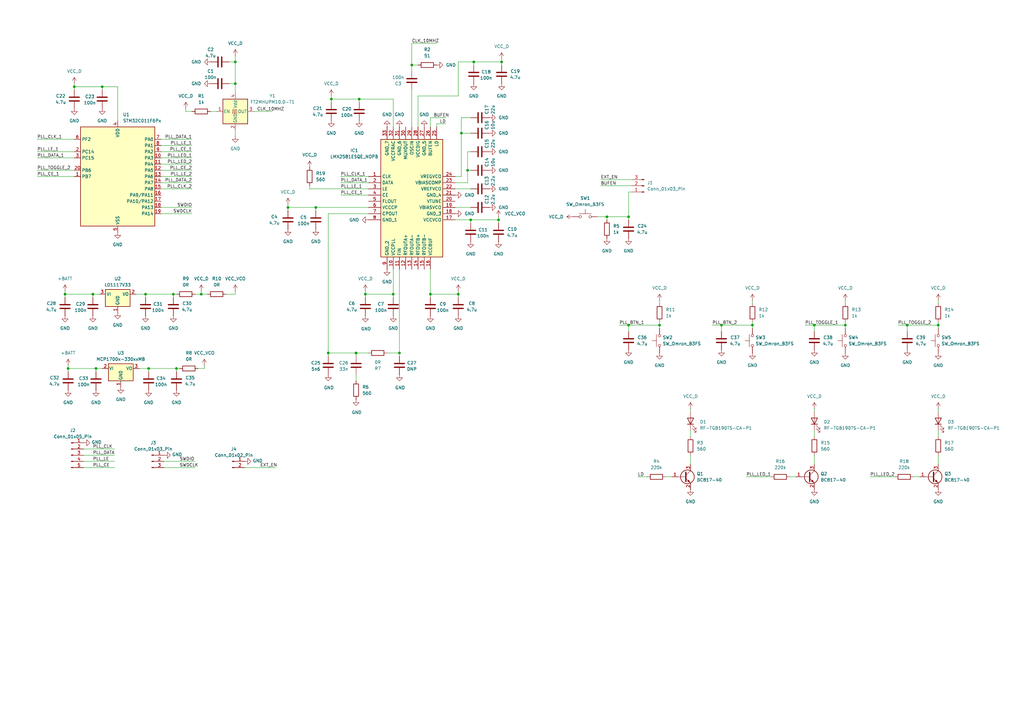
<source format=kicad_sch>
(kicad_sch (version 20250114) (generator "eeschema") (generator_version "9.0")
  (paper "A3")
  (junction (at 129.54 85.09))
  (junction (at 295.91 133.35))
  (junction (at 176.53 120.65))
  (junction (at 204.47 90.17))
  (junction (at 194.31 25.4))
  (junction (at 71.12 120.65))
  (junction (at 308.61 133.35))
  (junction (at 189.23 54.61))
  (junction (at 270.51 133.35))
  (junction (at 72.39 151.13))
  (junction (at 187.96 120.65))
  (junction (at 346.71 133.35))
  (junction (at 96.52 25.4))
  (junction (at 26.67 120.65))
  (junction (at 191.77 69.85))
  (junction (at 41.91 35.56))
  (junction (at 27.94 151.13))
  (junction (at 334.01 133.35))
  (junction (at 168.91 26.67))
  (junction (at 60.96 151.13))
  (junction (at 30.48 35.56))
  (junction (at 146.05 144.78))
  (junction (at 384.81 133.35))
  (junction (at 257.81 88.9))
  (junction (at 96.52 34.29))
  (junction (at 248.92 88.9))
  (junction (at 205.74 25.4))
  (junction (at 149.86 120.65))
  (junction (at 147.32 40.64))
  (junction (at 59.69 120.65))
  (junction (at 161.29 120.65))
  (junction (at 82.55 120.65))
  (junction (at 134.62 144.78))
  (junction (at 38.1 120.65))
  (junction (at 257.81 133.35))
  (junction (at 372.11 133.35))
  (junction (at 135.89 40.64))
  (junction (at 39.37 151.13))
  (junction (at 118.11 85.09))
  (junction (at 193.04 90.17))
  (junction (at 163.83 144.78))
  (wire (pts (xy 82.55 120.65) (xy 82.55 119.38)))
  (wire (pts (xy 356.87 195.58) (xy 367.03 195.58)))
  (wire (pts (xy 34.29 189.23) (xy 46.99 189.23)))
  (wire (pts (xy 158.75 144.78) (xy 163.83 144.78)))
  (wire (pts (xy 334.01 133.35) (xy 334.01 135.89)))
  (wire (pts (xy 245.11 88.9) (xy 248.92 88.9)))
  (wire (pts (xy 118.11 85.09) (xy 118.11 86.36)))
  (wire (pts (xy 129.54 85.09) (xy 151.13 85.09)))
  (wire (pts (xy 374.65 195.58) (xy 377.19 195.58)))
  (wire (pts (xy 168.91 26.67) (xy 171.45 26.67)))
  (wire (pts (xy 161.29 110.49) (xy 161.29 120.65)))
  (wire (pts (xy 60.96 151.13) (xy 72.39 151.13)))
  (wire (pts (xy 71.12 120.65) (xy 72.39 120.65)))
  (wire (pts (xy 161.29 120.65) (xy 161.29 121.92)))
  (wire (pts (xy 66.04 57.15) (xy 78.74 57.15)))
  (wire (pts (xy 189.23 72.39) (xy 189.23 54.61)))
  (wire (pts (xy 246.38 76.2) (xy 259.08 76.2)))
  (wire (pts (xy 34.29 186.69) (xy 46.99 186.69)))
  (wire (pts (xy 295.91 133.35) (xy 295.91 135.89)))
  (wire (pts (xy 146.05 144.78) (xy 146.05 146.05)))
  (wire (pts (xy 66.04 87.63) (xy 78.74 87.63)))
  (wire (pts (xy 179.07 50.8) (xy 182.88 50.8)))
  (wire (pts (xy 308.61 133.35) (xy 295.91 133.35)))
  (wire (pts (xy 149.86 119.38) (xy 149.86 120.65)))
  (wire (pts (xy 194.31 25.4) (xy 205.74 25.4)))
  (wire (pts (xy 134.62 146.05) (xy 134.62 144.78)))
  (wire (pts (xy 176.53 110.49) (xy 176.53 120.65)))
  (wire (pts (xy 187.96 25.4) (xy 187.96 39.37)))
  (wire (pts (xy 41.91 35.56) (xy 30.48 35.56)))
  (wire (pts (xy 118.11 83.82) (xy 118.11 85.09)))
  (wire (pts (xy 66.04 77.47) (xy 78.74 77.47)))
  (wire (pts (xy 134.62 144.78) (xy 134.62 87.63)))
  (wire (pts (xy 257.81 78.74) (xy 257.81 88.9)))
  (wire (pts (xy 40.64 120.65) (xy 38.1 120.65)))
  (wire (pts (xy 26.67 119.38) (xy 26.67 120.65)))
  (wire (pts (xy 248.92 88.9) (xy 248.92 90.17)))
  (wire (pts (xy 67.31 189.23) (xy 80.01 189.23)))
  (wire (pts (xy 346.71 132.08) (xy 346.71 133.35)))
  (wire (pts (xy 270.51 133.35) (xy 270.51 134.62)))
  (wire (pts (xy 80.01 120.65) (xy 82.55 120.65)))
  (wire (pts (xy 186.69 74.93) (xy 191.77 74.93)))
  (wire (pts (xy 93.98 34.29) (xy 96.52 34.29)))
  (wire (pts (xy 151.13 144.78) (xy 146.05 144.78)))
  (wire (pts (xy 96.52 120.65) (xy 96.52 119.38)))
  (wire (pts (xy 254 133.35) (xy 257.81 133.35)))
  (wire (pts (xy 15.24 57.15) (xy 30.48 57.15)))
  (wire (pts (xy 308.61 132.08) (xy 308.61 133.35)))
  (wire (pts (xy 147.32 40.64) (xy 147.32 41.91)))
  (wire (pts (xy 30.48 35.56) (xy 30.48 36.83)))
  (wire (pts (xy 66.04 59.69) (xy 78.74 59.69)))
  (wire (pts (xy 163.83 144.78) (xy 163.83 110.49)))
  (wire (pts (xy 139.7 72.39) (xy 151.13 72.39)))
  (wire (pts (xy 66.04 64.77) (xy 78.74 64.77)))
  (wire (pts (xy 66.04 85.09) (xy 78.74 85.09)))
  (wire (pts (xy 30.48 34.29) (xy 30.48 35.56)))
  (wire (pts (xy 27.94 149.86) (xy 27.94 151.13)))
  (wire (pts (xy 205.74 24.13) (xy 205.74 25.4)))
  (wire (pts (xy 306.07 195.58) (xy 316.23 195.58)))
  (wire (pts (xy 323.85 195.58) (xy 326.39 195.58)))
  (wire (pts (xy 57.15 151.13) (xy 60.96 151.13)))
  (wire (pts (xy 26.67 120.65) (xy 26.67 121.92)))
  (wire (pts (xy 204.47 88.9) (xy 204.47 90.17)))
  (wire (pts (xy 191.77 74.93) (xy 191.77 69.85)))
  (wire (pts (xy 368.3 133.35) (xy 372.11 133.35)))
  (wire (pts (xy 76.2 45.72) (xy 78.74 45.72)))
  (wire (pts (xy 261.62 195.58) (xy 265.43 195.58)))
  (wire (pts (xy 187.96 39.37) (xy 171.45 39.37)))
  (wire (pts (xy 134.62 144.78) (xy 146.05 144.78)))
  (wire (pts (xy 48.26 49.53) (xy 48.26 35.56)))
  (wire (pts (xy 384.81 133.35) (xy 384.81 134.62)))
  (wire (pts (xy 96.52 34.29) (xy 96.52 38.1)))
  (wire (pts (xy 72.39 151.13) (xy 72.39 152.4)))
  (wire (pts (xy 66.04 67.31) (xy 78.74 67.31)))
  (wire (pts (xy 259.08 78.74) (xy 257.81 78.74)))
  (wire (pts (xy 283.21 176.53) (xy 283.21 179.07)))
  (wire (pts (xy 168.91 26.67) (xy 168.91 17.78)))
  (wire (pts (xy 27.94 151.13) (xy 27.94 152.4)))
  (wire (pts (xy 187.96 120.65) (xy 187.96 121.92)))
  (wire (pts (xy 330.2 133.35) (xy 334.01 133.35)))
  (wire (pts (xy 76.2 44.45) (xy 76.2 45.72)))
  (wire (pts (xy 186.69 85.09) (xy 193.04 85.09)))
  (wire (pts (xy 308.61 123.19) (xy 308.61 124.46)))
  (wire (pts (xy 55.88 120.65) (xy 59.69 120.65)))
  (wire (pts (xy 334.01 176.53) (xy 334.01 179.07)))
  (wire (pts (xy 129.54 85.09) (xy 118.11 85.09)))
  (wire (pts (xy 204.47 90.17) (xy 204.47 91.44)))
  (wire (pts (xy 60.96 151.13) (xy 60.96 152.4)))
  (wire (pts (xy 135.89 39.37) (xy 135.89 40.64)))
  (wire (pts (xy 384.81 133.35) (xy 372.11 133.35)))
  (wire (pts (xy 149.86 120.65) (xy 149.86 121.92)))
  (wire (pts (xy 346.71 133.35) (xy 334.01 133.35)))
  (wire (pts (xy 93.98 25.4) (xy 96.52 25.4)))
  (wire (pts (xy 171.45 39.37) (xy 171.45 52.07)))
  (wire (pts (xy 96.52 22.86) (xy 96.52 25.4)))
  (wire (pts (xy 257.81 133.35) (xy 257.81 135.89)))
  (wire (pts (xy 139.7 74.93) (xy 151.13 74.93)))
  (wire (pts (xy 187.96 119.38) (xy 187.96 120.65)))
  (wire (pts (xy 96.52 53.34) (xy 96.52 55.88)))
  (wire (pts (xy 66.04 69.85) (xy 78.74 69.85)))
  (wire (pts (xy 147.32 40.64) (xy 135.89 40.64)))
  (wire (pts (xy 83.82 151.13) (xy 83.82 149.86)))
  (wire (pts (xy 384.81 123.19) (xy 384.81 124.46)))
  (wire (pts (xy 92.71 120.65) (xy 96.52 120.65)))
  (wire (pts (xy 66.04 62.23) (xy 78.74 62.23)))
  (wire (pts (xy 163.83 144.78) (xy 163.83 146.05)))
  (wire (pts (xy 176.53 120.65) (xy 187.96 120.65)))
  (wire (pts (xy 59.69 120.65) (xy 59.69 121.92)))
  (wire (pts (xy 186.69 90.17) (xy 193.04 90.17)))
  (wire (pts (xy 81.28 151.13) (xy 83.82 151.13)))
  (wire (pts (xy 346.71 133.35) (xy 346.71 134.62)))
  (wire (pts (xy 384.81 167.64) (xy 384.81 168.91)))
  (wire (pts (xy 308.61 133.35) (xy 308.61 134.62)))
  (wire (pts (xy 59.69 120.65) (xy 71.12 120.65)))
  (wire (pts (xy 72.39 151.13) (xy 73.66 151.13)))
  (wire (pts (xy 161.29 120.65) (xy 149.86 120.65)))
  (wire (pts (xy 191.77 69.85) (xy 191.77 62.23)))
  (wire (pts (xy 194.31 25.4) (xy 194.31 26.67)))
  (wire (pts (xy 283.21 167.64) (xy 283.21 168.91)))
  (wire (pts (xy 15.24 64.77) (xy 30.48 64.77)))
  (wire (pts (xy 189.23 48.26) (xy 193.04 48.26)))
  (wire (pts (xy 71.12 120.65) (xy 71.12 121.92)))
  (wire (pts (xy 39.37 151.13) (xy 39.37 152.4)))
  (wire (pts (xy 283.21 186.69) (xy 283.21 190.5)))
  (wire (pts (xy 179.07 52.07) (xy 179.07 50.8)))
  (wire (pts (xy 191.77 69.85) (xy 193.04 69.85)))
  (wire (pts (xy 48.26 35.56) (xy 41.91 35.56)))
  (wire (pts (xy 41.91 35.56) (xy 41.91 36.83)))
  (wire (pts (xy 193.04 90.17) (xy 204.47 90.17)))
  (wire (pts (xy 334.01 167.64) (xy 334.01 168.91)))
  (wire (pts (xy 346.71 123.19) (xy 346.71 124.46)))
  (wire (pts (xy 104.14 45.72) (xy 111.76 45.72)))
  (wire (pts (xy 384.81 176.53) (xy 384.81 179.07)))
  (wire (pts (xy 38.1 120.65) (xy 26.67 120.65)))
  (wire (pts (xy 34.29 191.77) (xy 46.99 191.77)))
  (wire (pts (xy 246.38 73.66) (xy 259.08 73.66)))
  (wire (pts (xy 146.05 153.67) (xy 146.05 156.21)))
  (wire (pts (xy 127 77.47) (xy 151.13 77.47)))
  (wire (pts (xy 86.36 45.72) (xy 88.9 45.72)))
  (wire (pts (xy 372.11 133.35) (xy 372.11 135.89)))
  (wire (pts (xy 82.55 120.65) (xy 85.09 120.65)))
  (wire (pts (xy 189.23 54.61) (xy 189.23 48.26)))
  (wire (pts (xy 127 76.2) (xy 127 77.47)))
  (wire (pts (xy 34.29 184.15) (xy 46.99 184.15)))
  (wire (pts (xy 100.33 191.77) (xy 113.03 191.77)))
  (wire (pts (xy 67.31 191.77) (xy 80.01 191.77)))
  (wire (pts (xy 273.05 195.58) (xy 275.59 195.58)))
  (wire (pts (xy 194.31 25.4) (xy 187.96 25.4)))
  (wire (pts (xy 191.77 62.23) (xy 193.04 62.23)))
  (wire (pts (xy 168.91 17.78) (xy 179.07 17.78)))
  (wire (pts (xy 270.51 123.19) (xy 270.51 124.46)))
  (wire (pts (xy 193.04 90.17) (xy 193.04 91.44)))
  (wire (pts (xy 134.62 87.63) (xy 151.13 87.63)))
  (wire (pts (xy 334.01 186.69) (xy 334.01 190.5)))
  (wire (pts (xy 161.29 40.64) (xy 161.29 52.07)))
  (wire (pts (xy 186.69 72.39) (xy 189.23 72.39)))
  (wire (pts (xy 96.52 25.4) (xy 96.52 34.29)))
  (wire (pts (xy 168.91 29.21) (xy 168.91 26.67)))
  (wire (pts (xy 39.37 151.13) (xy 27.94 151.13)))
  (wire (pts (xy 257.81 88.9) (xy 257.81 90.17)))
  (wire (pts (xy 205.74 25.4) (xy 205.74 26.67)))
  (wire (pts (xy 66.04 74.93) (xy 78.74 74.93)))
  (wire (pts (xy 66.04 72.39) (xy 78.74 72.39)))
  (wire (pts (xy 384.81 186.69) (xy 384.81 190.5)))
  (wire (pts (xy 38.1 120.65) (xy 38.1 121.92)))
  (wire (pts (xy 292.1 133.35) (xy 295.91 133.35)))
  (wire (pts (xy 168.91 36.83) (xy 168.91 52.07)))
  (wire (pts (xy 270.51 132.08) (xy 270.51 133.35)))
  (wire (pts (xy 15.24 72.39) (xy 30.48 72.39)))
  (wire (pts (xy 176.53 120.65) (xy 176.53 121.92)))
  (wire (pts (xy 41.91 151.13) (xy 39.37 151.13)))
  (wire (pts (xy 248.92 88.9) (xy 257.81 88.9)))
  (wire (pts (xy 135.89 40.64) (xy 135.89 41.91)))
  (wire (pts (xy 270.51 133.35) (xy 257.81 133.35)))
  (wire (pts (xy 186.69 77.47) (xy 193.04 77.47)))
  (wire (pts (xy 176.53 48.26) (xy 182.88 48.26)))
  (wire (pts (xy 15.24 62.23) (xy 30.48 62.23)))
  (wire (pts (xy 147.32 40.64) (xy 161.29 40.64)))
  (wire (pts (xy 15.24 69.85) (xy 30.48 69.85)))
  (wire (pts (xy 384.81 132.08) (xy 384.81 133.35)))
  (wire (pts (xy 139.7 80.01) (xy 151.13 80.01)))
  (wire (pts (xy 129.54 85.09) (xy 129.54 86.36)))
  (wire (pts (xy 189.23 54.61) (xy 193.04 54.61)))
  (wire (pts (xy 176.53 52.07) (xy 176.53 48.26)))
  (label "PLL_BTN_2" (at 292.1 133.35 0))
  (label "PLL_CE_1" (at 139.7 80.01 0))
  (label "EXT_EN" (at 246.38 73.66 0))
  (label "PLL_LED_1" (at 306.07 195.58 0))
  (label "LD" (at 180.34 50.8 0))
  (label "PLL_LE" (at 38.1 189.23 0))
  (label "BUFEN" (at 246.38 76.2 0))
  (label "SWDCLK" (at 73.66 191.77 0))
  (label "PLL_TOGGLE_2" (at 15.24 69.85 0))
  (label "PLL_TOGGLE_2" (at 368.3 133.35 0))
  (label "PLL_LED_1" (at 78.74 64.77 180))
  (label "PLL_DATA_2" (at 78.74 74.93 180))
  (label "EXT_EN" (at 106.68 191.77 0))
  (label "PLL_LE_1" (at 139.7 77.47 0))
  (label "PLL_DATA" (at 38.1 186.69 0))
  (label "PLL_CLK" (at 38.1 184.15 0))
  (label "PLL_BTN_1" (at 254 133.35 0))
  (label "PLL_CLK_2" (at 78.74 77.47 180))
  (label "SWDIO" (at 73.66 189.23 0))
  (label "PLL_TOGGLE_1" (at 330.2 133.35 0))
  (label "PLL_LED_2" (at 356.87 195.58 0))
  (label "PLL_LED_2" (at 78.74 67.31 180))
  (label "PLL_CE_1" (at 78.74 62.23 180))
  (label "CLK_10MHZ" (at 168.91 17.78 0))
  (label "PLL_CE" (at 38.1 191.77 0))
  (label "CLK_10MHZ" (at 105.41 45.72 0))
  (label "LD" (at 261.62 195.58 0))
  (label "PLL_CLK_1" (at 15.24 57.15 0))
  (label "PLL_CE_2" (at 78.74 69.85 180))
  (label "PLL_DATA_1" (at 139.7 74.93 0))
  (label "PLL_CE_1" (at 15.24 72.39 0))
  (label "PLL_LE_1" (at 15.24 62.23 0))
  (label "SWDCLK" (at 78.74 87.63 180))
  (label "PLL_LE_1" (at 78.74 59.69 180))
  (label "BUFEN" (at 177.8 48.26 0))
  (label "PLL_CLK_1" (at 139.7 72.39 0))
  (label "SWDIO" (at 78.74 85.09 180))
  (label "PLL_DATA_1" (at 15.24 64.77 0))
  (label "PLL_LE_2" (at 78.74 72.39 180))
  (label "PLL_DATA_1" (at 78.74 57.15 180))
  (symbol (lib_id "power:GND") (at 59.69 129.54 0) (unit 1)
    (property "Reference" "#PWR053" (effects (hide yes)))
    (property "Value" "GND" (at 59.69 134.62 0))
    (property "Description" "Power symbol creates a global label with name \"GND\" , ground" (effects (hide yes)))
  )
  (symbol (lib_id "power:GND") (at 187.96 129.54 0) (mirror y) (unit 1)
    (property "Reference" "#PWR016" (effects (hide yes)))
    (property "Value" "GND" (at 187.96 134.62 0))
    (property "Description" "Power symbol creates a global label with name \"GND\" , ground" (effects (hide yes)))
  )
  (symbol (lib_id "Switch:SW_Omron_B3FS") (at 308.61 139.7 90) (unit 1)
    (property "Reference" "SW3" (at 309.88 138.4299 90) (effects (justify right)))
    (property "Value" "SW_Omron_B3FS" (at 309.88 140.9699 90) (effects (justify right)))
    (property "Footprint" "Button_Switch_SMD:SW_SPST_Omron_B3FS-105xP" (effects (hide yes)))
    (property "Datasheet" "https://omronfs.omron.com/en_US/ecb/products/pdf/en-b3fs.pdf" (effects (hide yes)))
    (property "Description" "Omron B3FS 6x6mm single pole normally-open tactile switch" (effects (hide yes)))
  )
  (symbol (lib_id "Device:C") (at 196.85 85.09 270) (mirror x) (unit 1)
    (property "Reference" "C12" (at 199.644 81.788 0))
    (property "Value" "2.2u" (at 202.184 81.788 0))
    (property "Footprint" "Capacitor_SMD:C_0603_1608Metric" (effects (hide yes)))
    (property "Description" "Unpolarized capacitor" (effects (hide yes)))
  )
  (symbol (lib_id "power:GND") (at 346.71 144.78 0) (mirror y) (unit 1)
    (property "Reference" "#PWR076" (effects (hide yes)))
    (property "Value" "GND" (at 346.71 149.86 0))
    (property "Description" "Power symbol creates a global label with name \"GND\" , ground" (effects (hide yes)))
  )
  (symbol (lib_id "Device:C") (at 372.11 139.7 0) (mirror x) (unit 1)
    (property "Reference" "C39" (at 377.698 138.43 0))
    (property "Value" "4.7u" (at 377.698 140.97 0))
    (property "Footprint" "Capacitor_SMD:C_0805_2012Metric" (effects (hide yes)))
    (property "Description" "Unpolarized capacitor" (effects (hide yes)))
  )
  (symbol (lib_id "power:GND") (at 161.29 129.54 0) (unit 1)
    (property "Reference" "#PWR014" (effects (hide yes)))
    (property "Value" "GND" (at 161.29 134.62 0))
    (property "Description" "Power symbol creates a global label with name \"GND\" , ground" (effects (hide yes)))
  )
  (symbol (lib_id "Switch:SW_Omron_B3FS") (at 346.71 139.7 90) (unit 1)
    (property "Reference" "SW4" (at 347.98 138.4299 90) (effects (justify right)))
    (property "Value" "SW_Omron_B3FS" (at 347.98 140.9699 90) (effects (justify right)))
    (property "Footprint" "Button_Switch_SMD:SW_SPST_Omron_B3FS-105xP" (effects (hide yes)))
    (property "Datasheet" "https://omronfs.omron.com/en_US/ecb/products/pdf/en-b3fs.pdf" (effects (hide yes)))
    (property "Description" "Omron B3FS 6x6mm single pole normally-open tactile switch" (effects (hide yes)))
  )
  (symbol (lib_id "power:GND") (at 158.75 110.49 0) (unit 1)
    (property "Reference" "#PWR011" (effects (hide yes)))
    (property "Value" "GND" (at 158.75 115.57 0))
    (property "Description" "Power symbol creates a global label with name \"GND\" , ground" (effects (hide yes)))
  )
  (symbol (lib_id "power:GND") (at 283.21 200.66 0) (mirror y) (unit 1)
    (property "Reference" "#PWR043" (effects (hide yes)))
    (property "Value" "GND" (at 283.21 205.74 0))
    (property "Description" "Power symbol creates a global label with name \"GND\" , ground" (effects (hide yes)))
  )
  (symbol (lib_id "power:GND") (at 384.81 144.78 0) (mirror y) (unit 1)
    (property "Reference" "#PWR079" (effects (hide yes)))
    (property "Value" "GND" (at 384.81 149.86 0))
    (property "Description" "Power symbol creates a global label with name \"GND\" , ground" (effects (hide yes)))
  )
  (symbol (lib_id "power:GND") (at 200.66 85.09 90) (unit 1)
    (property "Reference" "#PWR022" (effects (hide yes)))
    (property "Value" "GND" (at 204.47 85.0899 90) (effects (justify right)))
    (property "Description" "Power symbol creates a global label with name \"GND\" , ground" (effects (hide yes)))
  )
  (symbol (lib_id "Device:C") (at 194.31 30.48 0) (mirror x) (unit 1)
    (property "Reference" "C18" (at 199.39 29.464 0))
    (property "Value" "100n" (at 199.39 32.004 0))
    (property "Footprint" "Capacitor_SMD:C_0603_1608Metric" (effects (hide yes)))
    (property "Description" "Unpolarized capacitor" (effects (hide yes)))
  )
  (symbol (lib_id "Device:C") (at 90.17 34.29 90) (unit 1)
    (property "Reference" "C1" (at 86.36 29.21 90))
    (property "Value" "100n" (at 86.36 31.75 90))
    (property "Footprint" "Capacitor_SMD:C_0603_1608Metric" (effects (hide yes)))
    (property "Description" "Unpolarized capacitor" (effects (hide yes)))
  )
  (symbol (lib_id "power:VCC") (at 135.89 39.37 0) (unit 1)
    (property "Reference" "#PWR034" (effects (hide yes)))
    (property "Value" "VCC_D" (at 135.89 34.29 0))
    (property "Description" "Power symbol creates a global label with name \"VCC\"" (effects (hide yes)))
  )
  (symbol (lib_id "power:GND") (at 39.37 160.02 0) (unit 1)
    (property "Reference" "#PWR059" (effects (hide yes)))
    (property "Value" "GND" (at 39.37 165.1 0))
    (property "Description" "Power symbol creates a global label with name \"GND\" , ground" (effects (hide yes)))
  )
  (symbol (lib_id "power:GND") (at 163.83 52.07 180) (unit 1)
    (property "Reference" "#PWR036" (effects (hide yes)))
    (property "Value" "GND" (at 163.83 46.99 0))
    (property "Description" "Power symbol creates a global label with name \"GND\" , ground" (effects (hide yes)))
  )
  (symbol (lib_id "Device:R") (at 283.21 182.88 0) (unit 1)
    (property "Reference" "R3" (at 285.75 181.6099 0) (effects (justify left)))
    (property "Value" "560" (at 285.75 184.1499 0) (effects (justify left)))
    (property "Footprint" "Resistor_SMD:R_1206_3216Metric" (effects (hide yes)))
    (property "Description" "Resistor" (effects (hide yes)))
  )
  (symbol (lib_id "power:GND") (at 179.07 26.67 90) (unit 1)
    (property "Reference" "#PWR06" (effects (hide yes)))
    (property "Value" "GND" (at 182.88 26.6699 90) (effects (justify right)))
    (property "Description" "Power symbol creates a global label with name \"GND\" , ground" (effects (hide yes)))
  )
  (symbol (lib_id "Device:R") (at 82.55 45.72 90) (unit 1)
    (property "Reference" "R1" (at 82.55 39.37 90))
    (property "Value" "1k" (at 82.55 41.91 90))
    (property "Footprint" "Resistor_SMD:R_0805_2012Metric" (effects (hide yes)))
    (property "Description" "Resistor" (effects (hide yes)))
  )
  (symbol (lib_id "power:GND") (at 96.52 55.88 0) (unit 1)
    (property "Reference" "#PWR02" (effects (hide yes)))
    (property "Value" "GND" (at 96.52 60.96 0))
    (property "Description" "Power symbol creates a global label with name \"GND\" , ground" (effects (hide yes)))
  )
  (symbol (lib_id "Device:R") (at 269.24 195.58 90) (unit 1)
    (property "Reference" "R4" (at 269.24 189.23 90))
    (property "Value" "220k" (at 269.24 191.77 90))
    (property "Footprint" "Resistor_SMD:R_0805_2012Metric" (effects (hide yes)))
    (property "Description" "Resistor" (effects (hide yes)))
  )
  (symbol (lib_id "power:GND") (at 146.05 163.83 0) (unit 1)
    (property "Reference" "#PWR047" (effects (hide yes)))
    (property "Value" "GND" (at 146.304 169.164 0))
    (property "Description" "Power symbol creates a global label with name \"GND\" , ground" (effects (hide yes)))
  )
  (symbol (lib_id "power:GND") (at 49.53 158.75 0) (unit 1)
    (property "Reference" "#PWR060" (effects (hide yes)))
    (property "Value" "GND" (at 49.53 163.83 0))
    (property "Description" "Power symbol creates a global label with name \"GND\" , ground" (effects (hide yes)))
  )
  (symbol (lib_id "Device:C") (at 30.48 40.64 180) (unit 1)
    (property "Reference" "C22" (at 24.892 39.37 0))
    (property "Value" "4.7u" (at 24.892 41.91 0))
    (property "Footprint" "Capacitor_SMD:C_0805_2012Metric" (effects (hide yes)))
    (property "Description" "Unpolarized capacitor" (effects (hide yes)))
  )
  (symbol (lib_id "Device:C") (at 38.1 125.73 180) (unit 1)
    (property "Reference" "C29" (at 33.02 124.714 0))
    (property "Value" "100n" (at 33.02 127.254 0))
    (property "Footprint" "Capacitor_SMD:C_0603_1608Metric" (effects (hide yes)))
    (property "Description" "Unpolarized capacitor" (effects (hide yes)))
  )
  (symbol (lib_id "power:VCC") (at 82.55 119.38 0) (unit 1)
    (property "Reference" "#PWR055" (effects (hide yes)))
    (property "Value" "VCC_D" (at 82.55 114.3 0))
    (property "Description" "Power symbol creates a global label with name \"VCC\"" (effects (hide yes)))
  )
  (symbol (lib_id "Device:LED") (at 334.01 172.72 90) (unit 1)
    (property "Reference" "D2" (at 337.82 173.0374 90) (effects (justify right)))
    (property "Value" "RF-TGB190TS-CA-P1" (at 337.82 175.5774 90) (effects (justify right)))
    (property "Footprint" "LED_SMD:LED_0603_1608Metric" (effects (hide yes)))
    (property "Description" "Light emitting diode" (effects (hide yes)))
    (property "Sim.Pins" "1=K 2=A" (effects (hide yes)))
  )
  (symbol (lib_id "Device:C") (at 204.47 95.25 0) (mirror x) (unit 1)
    (property "Reference" "C10" (at 210.058 93.98 0))
    (property "Value" "4.7u" (at 210.058 96.52 0))
    (property "Footprint" "Capacitor_SMD:C_0805_2012Metric" (effects (hide yes)))
    (property "Description" "Unpolarized capacitor" (effects (hide yes)))
  )
  (symbol (lib_id "power:VCC") (at 118.11 83.82 0) (unit 1)
    (property "Reference" "#PWR09" (effects (hide yes)))
    (property "Value" "VCC_D" (at 118.11 78.74 0))
    (property "Description" "Power symbol creates a global label with name \"VCC\"" (effects (hide yes)))
  )
  (symbol (lib_id "Device:R") (at 320.04 195.58 90) (unit 1)
    (property "Reference" "R16" (at 320.04 189.23 90))
    (property "Value" "220k" (at 320.04 191.77 90))
    (property "Footprint" "Resistor_SMD:R_0805_2012Metric" (effects (hide yes)))
    (property "Description" "Resistor" (effects (hide yes)))
  )
  (symbol (lib_id "Device:C") (at 161.29 125.73 180) (unit 1)
    (property "Reference" "C7" (at 156.21 124.714 0))
    (property "Value" "100n" (at 156.21 127.254 0))
    (property "Footprint" "Capacitor_SMD:C_0603_1608Metric" (effects (hide yes)))
    (property "Description" "Unpolarized capacitor" (effects (hide yes)))
  )
  (symbol (lib_id "Device:C") (at 27.94 156.21 180) (unit 1)
    (property "Reference" "C32" (at 22.352 154.94 0))
    (property "Value" "4.7u" (at 22.352 157.48 0))
    (property "Footprint" "Capacitor_SMD:C_0805_2012Metric" (effects (hide yes)))
    (property "Description" "Unpolarized capacitor" (effects (hide yes)))
  )
  (symbol (lib_id "Device:C") (at 257.81 139.7 0) (mirror x) (unit 1)
    (property "Reference" "C36" (at 263.398 138.43 0))
    (property "Value" "4.7u" (at 263.398 140.97 0))
    (property "Footprint" "Capacitor_SMD:C_0805_2012Metric" (effects (hide yes)))
    (property "Description" "Unpolarized capacitor" (effects (hide yes)))
  )
  (symbol (lib_id "PLL_TI:LMX2581ESQE_NOPB") (at 151.13 72.39 0) (unit 1)
    (property "Reference" "IC1" (at 145.288 61.722 0))
    (property "Value" "LMX2581ESQE_NOPB" (at 145.288 64.262 0))
    (property "Footprint" "PLL_TI:QFN50P500X500X80-33M" (effects (hide yes)))
    (property "Datasheet" "https://www.ti.com/lit/ds/symlink/lmx2581e.pdf?ts=1648976113167&ref_url=https%253A%252F%252Fwww.google.com%252F" (effects (hide yes)))
    (property "Description" "Clock Synthesizer/Jitter Cleaner 3.8-GHz wideband frequency synthesizer with integrated VCO 32-WQFN -40 to 85" (effects (hide yes)))
    (property "Height" "0.8" (effects (hide yes)))
    (property "Mouser Part Number" "595-LMX2581ESQE/NOPB" (effects (hide yes)))
    (property "Mouser Price/Stock" "https://www.mouser.co.uk/ProductDetail/Texas-Instruments/LMX2581ESQE-NOPB?qs=UPLqB4C8V4Evz7vE8V%2FB2Q%3D%3D" (effects (hide yes)))
    (property "Manufacturer_Name" "Texas Instruments" (effects (hide yes)))
    (property "Manufacturer_Part_Number" "LMX2581ESQE/NOPB" (effects (hide yes)))
  )
  (symbol (lib_id "power:GND") (at 200.66 62.23 90) (unit 1)
    (property "Reference" "#PWR026" (effects (hide yes)))
    (property "Value" "GND" (at 204.47 62.2299 90) (effects (justify right)))
    (property "Description" "Power symbol creates a global label with name \"GND\" , ground" (effects (hide yes)))
  )
  (symbol (lib_id "power:GND") (at 27.94 160.02 0) (unit 1)
    (property "Reference" "#PWR058" (effects (hide yes)))
    (property "Value" "GND" (at 27.94 165.1 0))
    (property "Description" "Power symbol creates a global label with name \"GND\" , ground" (effects (hide yes)))
  )
  (symbol (lib_id "Device:C") (at 118.11 90.17 180) (unit 1)
    (property "Reference" "C4" (at 112.522 88.9 0))
    (property "Value" "4.7u" (at 112.522 91.44 0))
    (property "Footprint" "Capacitor_SMD:C_0805_2012Metric" (effects (hide yes)))
    (property "Description" "Unpolarized capacitor" (effects (hide yes)))
  )
  (symbol (lib_id "Device:R") (at 346.71 128.27 180) (unit 1)
    (property "Reference" "R13" (at 349.25 126.9999 0) (effects (justify right)))
    (property "Value" "1k" (at 349.25 129.5399 0) (effects (justify right)))
    (property "Footprint" "Resistor_SMD:R_0603_1608Metric" (effects (hide yes)))
    (property "Description" "Resistor" (effects (hide yes)))
  )
  (symbol (lib_id "Device:C") (at 205.74 30.48 0) (mirror x) (unit 1)
    (property "Reference" "C19" (at 211.328 29.21 0))
    (property "Value" "4.7u" (at 211.328 31.75 0))
    (property "Footprint" "Capacitor_SMD:C_0805_2012Metric" (effects (hide yes)))
    (property "Description" "Unpolarized capacitor" (effects (hide yes)))
  )
  (symbol (lib_id "power:GND") (at 194.31 34.29 0) (mirror y) (unit 1)
    (property "Reference" "#PWR030" (effects (hide yes)))
    (property "Value" "GND" (at 194.31 39.37 0))
    (property "Description" "Power symbol creates a global label with name \"GND\" , ground" (effects (hide yes)))
  )
  (symbol (lib_id "Device:C") (at 196.85 77.47 270) (mirror x) (unit 1)
    (property "Reference" "C13" (at 199.644 74.168 0))
    (property "Value" "2.2u" (at 202.184 74.168 0))
    (property "Footprint" "Capacitor_SMD:C_0603_1608Metric" (effects (hide yes)))
    (property "Description" "Unpolarized capacitor" (effects (hide yes)))
  )
  (symbol (lib_id "Connector:Conn_01x03_Pin") (at 264.16 76.2 180) (unit 1)
    (property "Reference" "J1" (at 265.43 74.9299 0) (effects (justify right)))
    (property "Value" "Conn_01x03_Pin" (at 265.43 77.4699 0) (effects (justify right)))
    (property "Footprint" "Connector_PinHeader_2.54mm:PinHeader_1x03_P2.54mm_Vertical" (effects (hide yes)))
    (property "Description" "Generic connector, single row, 01x03, script generated" (effects (hide yes)))
  )
  (symbol (lib_id "Device:C") (at 134.62 149.86 180) (unit 1)
    (property "Reference" "C25" (at 129.54 148.844 0))
    (property "Value" "5n6" (at 129.54 151.384 0))
    (property "Footprint" "Capacitor_SMD:C_0603_1608Metric" (effects (hide yes)))
    (property "Description" "Unpolarized capacitor" (effects (hide yes)))
  )
  (symbol (lib_id "power:GND") (at 200.66 54.61 90) (unit 1)
    (property "Reference" "#PWR027" (effects (hide yes)))
    (property "Value" "GND" (at 204.47 54.6099 90) (effects (justify right)))
    (property "Description" "Power symbol creates a global label with name \"GND\" , ground" (effects (hide yes)))
  )
  (symbol (lib_id "power:+BATT") (at 27.94 149.86 0) (unit 1)
    (property "Reference" "#PWR057" (effects (hide yes)))
    (property "Value" "+BATT" (at 27.94 144.78 0))
    (property "Description" "Power symbol creates a global label with name \"+BATT\"" (effects (hide yes)))
  )
  (symbol (lib_id "Device:C") (at 163.83 149.86 0) (mirror x) (unit 1)
    (property "Reference" "C27" (at 168.91 148.844 0))
    (property "Value" "DNP" (at 168.91 151.384 0))
    (property "Footprint" "Capacitor_SMD:C_0603_1608Metric" (effects (hide yes)))
    (property "Description" "Unpolarized capacitor" (effects (hide yes)))
  )
  (symbol (lib_id "power:VCC") (at 384.81 167.64 0) (mirror y) (unit 1)
    (property "Reference" "#PWR082" (effects (hide yes)))
    (property "Value" "VCC_D" (at 384.81 162.56 0))
    (property "Description" "Power symbol creates a global label with name \"VCC\"" (effects (hide yes)))
  )
  (symbol (lib_id "Device:C") (at 187.96 125.73 0) (mirror x) (unit 1)
    (property "Reference" "C8" (at 193.548 124.46 0))
    (property "Value" "4.7u" (at 193.548 127 0))
    (property "Footprint" "Capacitor_SMD:C_0805_2012Metric" (effects (hide yes)))
    (property "Description" "Unpolarized capacitor" (effects (hide yes)))
  )
  (symbol (lib_id "power:GND") (at 149.86 129.54 0) (unit 1)
    (property "Reference" "#PWR013" (effects (hide yes)))
    (property "Value" "GND" (at 150.114 134.874 0))
    (property "Description" "Power symbol creates a global label with name \"GND\" , ground" (effects (hide yes)))
  )
  (symbol (lib_id "Device:R") (at 384.81 182.88 0) (unit 1)
    (property "Reference" "R17" (at 387.35 181.6099 0) (effects (justify left)))
    (property "Value" "560" (at 387.35 184.1499 0) (effects (justify left)))
    (property "Footprint" "Resistor_SMD:R_1206_3216Metric" (effects (hide yes)))
    (property "Description" "Resistor" (effects (hide yes)))
  )
  (symbol (lib_id "power:VCC") (at 96.52 22.86 0) (unit 1)
    (property "Reference" "#PWR01" (effects (hide yes)))
    (property "Value" "VCC_D" (at 96.52 17.78 0))
    (property "Description" "Power symbol creates a global label with name \"VCC\"" (effects (hide yes)))
  )
  (symbol (lib_id "Device:C") (at 41.91 40.64 180) (unit 1)
    (property "Reference" "C23" (at 36.83 39.624 0))
    (property "Value" "100n" (at 36.83 42.164 0))
    (property "Footprint" "Capacitor_SMD:C_0603_1608Metric" (effects (hide yes)))
    (property "Description" "Unpolarized capacitor" (effects (hide yes)))
  )
  (symbol (lib_id "power:GND") (at 308.61 144.78 0) (mirror y) (unit 1)
    (property "Reference" "#PWR073" (effects (hide yes)))
    (property "Value" "GND" (at 308.61 149.86 0))
    (property "Description" "Power symbol creates a global label with name \"GND\" , ground" (effects (hide yes)))
  )
  (symbol (lib_id "power:GND") (at 118.11 93.98 0) (unit 1)
    (property "Reference" "#PWR08" (effects (hide yes)))
    (property "Value" "GND" (at 118.11 99.06 0))
    (property "Description" "Power symbol creates a global label with name \"GND\" , ground" (effects (hide yes)))
  )
  (symbol (lib_id "power:GND") (at 173.99 52.07 180) (unit 1)
    (property "Reference" "#PWR029" (effects (hide yes)))
    (property "Value" "GND" (at 173.99 46.99 0))
    (property "Description" "Power symbol creates a global label with name \"GND\" , ground" (effects (hide yes)))
  )
  (symbol (lib_id "Device:C") (at 60.96 156.21 0) (mirror x) (unit 1)
    (property "Reference" "C34" (at 66.04 155.194 0))
    (property "Value" "100n" (at 66.04 157.734 0))
    (property "Footprint" "Capacitor_SMD:C_0603_1608Metric" (effects (hide yes)))
    (property "Description" "Unpolarized capacitor" (effects (hide yes)))
  )
  (symbol (lib_id "power:GND") (at 100.33 189.23 90) (unit 1)
    (property "Reference" "#PWR070" (effects (hide yes)))
    (property "Value" "GND" (at 105.664 188.976 90))
    (property "Description" "Power symbol creates a global label with name \"GND\" , ground" (effects (hide yes)))
  )
  (symbol (lib_id "power:VCC") (at 96.52 119.38 0) (unit 1)
    (property "Reference" "#PWR064" (effects (hide yes)))
    (property "Value" "VCC_VCO" (at 96.52 114.3 0))
    (property "Description" "Power symbol creates a global label with name \"VCC\"" (effects (hide yes)))
  )
  (symbol (lib_id "power:VCC") (at 283.21 167.64 0) (mirror y) (unit 1)
    (property "Reference" "#PWR042" (effects (hide yes)))
    (property "Value" "VCC_D" (at 283.21 162.56 0))
    (property "Description" "Power symbol creates a global label with name \"VCC\"" (effects (hide yes)))
  )
  (symbol (lib_id "power:GND") (at 135.89 49.53 0) (unit 1)
    (property "Reference" "#PWR035" (effects (hide yes)))
    (property "Value" "GND" (at 135.89 54.61 0))
    (property "Description" "Power symbol creates a global label with name \"GND\" , ground" (effects (hide yes)))
  )
  (symbol (lib_id "power:VCC") (at 270.51 123.19 0) (mirror y) (unit 1)
    (property "Reference" "#PWR066" (effects (hide yes)))
    (property "Value" "VCC_D" (at 270.51 118.11 0))
    (property "Description" "Power symbol creates a global label with name \"VCC\"" (effects (hide yes)))
  )
  (symbol (lib_id "power:+BATT") (at 26.67 119.38 0) (unit 1)
    (property "Reference" "#PWR056" (effects (hide yes)))
    (property "Value" "+BATT" (at 26.67 114.3 0))
    (property "Description" "Power symbol creates a global label with name \"+BATT\"" (effects (hide yes)))
  )
  (symbol (lib_id "power:GND") (at 86.36 34.29 270) (unit 1)
    (property "Reference" "#PWR03" (effects (hide yes)))
    (property "Value" "GND" (at 82.55 34.2899 90) (effects (justify right)))
    (property "Description" "Power symbol creates a global label with name \"GND\" , ground" (effects (hide yes)))
  )
  (symbol (lib_id "Device:R") (at 370.84 195.58 90) (unit 1)
    (property "Reference" "R18" (at 370.84 189.23 90))
    (property "Value" "220k" (at 370.84 191.77 90))
    (property "Footprint" "Resistor_SMD:R_0805_2012Metric" (effects (hide yes)))
    (property "Description" "Resistor" (effects (hide yes)))
  )
  (symbol (lib_id "Transistor_BJT:BC817") (at 331.47 195.58 0) (unit 1)
    (property "Reference" "Q2" (at 336.55 194.3099 0) (effects (justify left)))
    (property "Value" "BC817-40" (at 336.55 196.8499 0) (effects (justify left)))
    (property "Footprint" "Package_TO_SOT_SMD:SOT-23" (effects (hide yes)))
    (property "Datasheet" "https://www.onsemi.com/pub/Collateral/BC818-D.pdf" (effects (hide yes)))
    (property "Description" "0.8A Ic, 45V Vce, NPN Transistor, SOT-23" (effects (hide yes)))
    (property "Sim.Device" "NPN" (effects (hide yes)))
    (property "Sim.Pins" "1=B 2=E 3=C" (effects (hide yes)))
  )
  (symbol (lib_id "power:GND") (at 372.11 143.51 0) (mirror y) (unit 1)
    (property "Reference" "#PWR078" (effects (hide yes)))
    (property "Value" "GND" (at 372.11 148.59 0))
    (property "Description" "Power symbol creates a global label with name \"GND\" , ground" (effects (hide yes)))
  )
  (symbol (lib_id "Device:R") (at 146.05 160.02 180) (unit 1)
    (property "Reference" "R6" (at 148.59 158.7499 0) (effects (justify right)))
    (property "Value" "560" (at 148.59 161.2899 0) (effects (justify right)))
    (property "Footprint" "Resistor_SMD:R_0603_1608Metric" (effects (hide yes)))
    (property "Description" "Resistor" (effects (hide yes)))
  )
  (symbol (lib_id "power:GND") (at 60.96 160.02 0) (unit 1)
    (property "Reference" "#PWR061" (effects (hide yes)))
    (property "Value" "GND" (at 60.96 165.1 0))
    (property "Description" "Power symbol creates a global label with name \"GND\" , ground" (effects (hide yes)))
  )
  (symbol (lib_id "power:VCC") (at 334.01 167.64 0) (mirror y) (unit 1)
    (property "Reference" "#PWR080" (effects (hide yes)))
    (property "Value" "VCC_D" (at 334.01 162.56 0))
    (property "Description" "Power symbol creates a global label with name \"VCC\"" (effects (hide yes)))
  )
  (symbol (lib_id "Device:C") (at 72.39 156.21 0) (mirror x) (unit 1)
    (property "Reference" "C35" (at 77.978 154.94 0))
    (property "Value" "4.7u" (at 77.978 157.48 0))
    (property "Footprint" "Capacitor_SMD:C_0805_2012Metric" (effects (hide yes)))
    (property "Description" "Unpolarized capacitor" (effects (hide yes)))
  )
  (symbol (lib_id "power:GND") (at 204.47 99.06 0) (mirror y) (unit 1)
    (property "Reference" "#PWR019" (effects (hide yes)))
    (property "Value" "GND" (at 204.47 104.14 0))
    (property "Description" "Power symbol creates a global label with name \"GND\" , ground" (effects (hide yes)))
  )
  (symbol (lib_id "Device:C") (at 295.91 139.7 0) (mirror x) (unit 1)
    (property "Reference" "C37" (at 301.498 138.43 0))
    (property "Value" "4.7u" (at 301.498 140.97 0))
    (property "Footprint" "Capacitor_SMD:C_0805_2012Metric" (effects (hide yes)))
    (property "Description" "Unpolarized capacitor" (effects (hide yes)))
  )
  (symbol (lib_id "power:VCC") (at 384.81 123.19 0) (mirror y) (unit 1)
    (property "Reference" "#PWR077" (effects (hide yes)))
    (property "Value" "VCC_D" (at 384.81 118.11 0))
    (property "Description" "Power symbol creates a global label with name \"VCC\"" (effects (hide yes)))
  )
  (symbol (lib_id "power:GND") (at 72.39 160.02 0) (unit 1)
    (property "Reference" "#PWR063" (effects (hide yes)))
    (property "Value" "GND" (at 72.39 165.1 0))
    (property "Description" "Power symbol creates a global label with name \"GND\" , ground" (effects (hide yes)))
  )
  (symbol (lib_id "power:GND") (at 34.29 181.61 90) (unit 1)
    (property "Reference" "#PWR049" (effects (hide yes)))
    (property "Value" "GND" (at 39.624 181.356 90))
    (property "Description" "Power symbol creates a global label with name \"GND\" , ground" (effects (hide yes)))
  )
  (symbol (lib_id "power:GND") (at 176.53 129.54 0) (mirror y) (unit 1)
    (property "Reference" "#PWR017" (effects (hide yes)))
    (property "Value" "GND" (at 176.53 134.62 0))
    (property "Description" "Power symbol creates a global label with name \"GND\" , ground" (effects (hide yes)))
  )
  (symbol (lib_id "power:GND") (at 186.69 80.01 90) (unit 1)
    (property "Reference" "#PWR023" (effects (hide yes)))
    (property "Value" "GND" (at 190.5 80.0099 90) (effects (justify right)))
    (property "Description" "Power symbol creates a global label with name \"GND\" , ground" (effects (hide yes)))
  )
  (symbol (lib_id "Switch:SW_Omron_B3FS") (at 240.03 88.9 0) (unit 1)
    (property "Reference" "SW1" (at 240.03 81.28 0))
    (property "Value" "SW_Omron_B3FS" (at 240.03 83.82 0))
    (property "Footprint" "Button_Switch_SMD:SW_SPST_Omron_B3FS-105xP" (effects (hide yes)))
    (property "Datasheet" "https://omronfs.omron.com/en_US/ecb/products/pdf/en-b3fs.pdf" (effects (hide yes)))
    (property "Description" "Omron B3FS 6x6mm single pole normally-open tactile switch" (effects (hide yes)))
  )
  (symbol (lib_id "power:GND") (at 200.66 48.26 90) (unit 1)
    (property "Reference" "#PWR028" (effects (hide yes)))
    (property "Value" "GND" (at 204.47 48.2599 90) (effects (justify right)))
    (property "Description" "Power symbol creates a global label with name \"GND\" , ground" (effects (hide yes)))
  )
  (symbol (lib_id "power:GND") (at 163.83 153.67 0) (unit 1)
    (property "Reference" "#PWR048" (effects (hide yes)))
    (property "Value" "GND" (at 164.084 159.004 0))
    (property "Description" "Power symbol creates a global label with name \"GND\" , ground" (effects (hide yes)))
  )
  (symbol (lib_id "Device:C") (at 129.54 90.17 180) (unit 1)
    (property "Reference" "C5" (at 124.46 89.154 0))
    (property "Value" "100n" (at 124.46 91.694 0))
    (property "Footprint" "Capacitor_SMD:C_0603_1608Metric" (effects (hide yes)))
    (property "Description" "Unpolarized capacitor" (effects (hide yes)))
  )
  (symbol (lib_id "power:GND") (at 67.31 186.69 90) (unit 1)
    (property "Reference" "#PWR069" (effects (hide yes)))
    (property "Value" "GND" (at 72.644 186.436 90))
    (property "Description" "Power symbol creates a global label with name \"GND\" , ground" (effects (hide yes)))
  )
  (symbol (lib_id "Device:LED") (at 283.21 172.72 90) (unit 1)
    (property "Reference" "D1" (at 287.02 173.0374 90) (effects (justify right)))
    (property "Value" "RF-TGB190TS-CA-P1" (at 287.02 175.5774 90) (effects (justify right)))
    (property "Footprint" "LED_SMD:LED_0603_1608Metric" (effects (hide yes)))
    (property "Description" "Light emitting diode" (effects (hide yes)))
    (property "Sim.Pins" "1=K 2=A" (effects (hide yes)))
  )
  (symbol (lib_id "power:GND") (at 41.91 44.45 0) (unit 1)
    (property "Reference" "#PWR039" (effects (hide yes)))
    (property "Value" "GND" (at 41.91 49.53 0))
    (property "Description" "Power symbol creates a global label with name \"GND\" , ground" (effects (hide yes)))
  )
  (symbol (lib_id "power:VCC") (at 308.61 123.19 0) (mirror y) (unit 1)
    (property "Reference" "#PWR071" (effects (hide yes)))
    (property "Value" "VCC_D" (at 308.61 118.11 0))
    (property "Description" "Power symbol creates a global label with name \"VCC\"" (effects (hide yes)))
  )
  (symbol (lib_id "Device:R") (at 127 72.39 180) (unit 1)
    (property "Reference" "R19" (at 129.54 71.1199 0) (effects (justify right)))
    (property "Value" "560" (at 129.54 73.6599 0) (effects (justify right)))
    (property "Footprint" "Resistor_SMD:R_0603_1608Metric" (effects (hide yes)))
    (property "Description" "Resistor" (effects (hide yes)))
  )
  (symbol (lib_id "Device:C") (at 149.86 125.73 180) (unit 1)
    (property "Reference" "C6" (at 144.272 124.46 0))
    (property "Value" "4.7u" (at 144.272 127 0))
    (property "Footprint" "Capacitor_SMD:C_0805_2012Metric" (effects (hide yes)))
    (property "Description" "Unpolarized capacitor" (effects (hide yes)))
  )
  (symbol (lib_id "power:GND") (at 71.12 129.54 0) (unit 1)
    (property "Reference" "#PWR054" (effects (hide yes)))
    (property "Value" "GND" (at 71.12 134.62 0))
    (property "Description" "Power symbol creates a global label with name \"GND\" , ground" (effects (hide yes)))
  )
  (symbol (lib_id "power:VCC") (at 83.82 149.86 0) (unit 1)
    (property "Reference" "#PWR062" (effects (hide yes)))
    (property "Value" "VCC_VCO" (at 83.82 144.78 0))
    (property "Description" "Power symbol creates a global label with name \"VCC\"" (effects (hide yes)))
  )
  (symbol (lib_id "Device:C") (at 90.17 25.4 90) (unit 1)
    (property "Reference" "C2" (at 86.36 20.32 90))
    (property "Value" "4.7u" (at 86.36 22.86 90))
    (property "Footprint" "Capacitor_SMD:C_0805_2012Metric" (effects (hide yes)))
    (property "Description" "Unpolarized capacitor" (effects (hide yes)))
  )
  (symbol (lib_id "Connector:Conn_01x03_Pin") (at 62.23 189.23 0) (unit 1)
    (property "Reference" "J3" (at 62.865 181.61 0))
    (property "Value" "Conn_01x03_Pin" (at 62.865 184.15 0))
    (property "Footprint" "Connector_PinHeader_2.54mm:PinHeader_1x03_P2.54mm_Vertical" (effects (hide yes)))
    (property "Description" "Generic connector, single row, 01x03, script generated" (effects (hide yes)))
  )
  (symbol (lib_id "Oscillator:TXC-7C") (at 96.52 45.72 0) (unit 1)
    (property "Reference" "Y1" (at 111.76 39.2998 0))
    (property "Value" "FT2MHUPM10.0-T1" (at 111.76 41.8398 0))
    (property "Footprint" "Oscillator:Oscillator_SMD_SiT_PQFN-4Pin_2.5x2.0mm" (effects (hide yes)))
    (property "Datasheet" "https://cz.mouser.com/datasheet/3/184/1/FT2MH.pdf" (effects (hide yes)))
    (property "Description" "CMOS SMD Crystal Clock Oscillator, TXC" (effects (hide yes)))
  )
  (symbol (lib_id "power:GND") (at 186.69 87.63 90) (unit 1)
    (property "Reference" "#PWR021" (effects (hide yes)))
    (property "Value" "GND" (at 190.5 87.6299 90) (effects (justify right)))
    (property "Description" "Power symbol creates a global label with name \"GND\" , ground" (effects (hide yes)))
  )
  (symbol (lib_id "Device:C") (at 257.81 93.98 0) (mirror x) (unit 1)
    (property "Reference" "C24" (at 263.398 92.71 0))
    (property "Value" "4.7u" (at 263.398 95.25 0))
    (property "Footprint" "Capacitor_SMD:C_0805_2012Metric" (effects (hide yes)))
    (property "Description" "Unpolarized capacitor" (effects (hide yes)))
  )
  (symbol (lib_id "power:GND") (at 200.66 69.85 90) (unit 1)
    (property "Reference" "#PWR025" (effects (hide yes)))
    (property "Value" "GND" (at 204.47 69.8499 90) (effects (justify right)))
    (property "Description" "Power symbol creates a global label with name \"GND\" , ground" (effects (hide yes)))
  )
  (symbol (lib_id "Switch:SW_Omron_B3FS") (at 270.51 139.7 90) (unit 1)
    (property "Reference" "SW2" (at 271.78 138.4299 90) (effects (justify right)))
    (property "Value" "SW_Omron_B3FS" (at 271.78 140.9699 90) (effects (justify right)))
    (property "Footprint" "Button_Switch_SMD:SW_SPST_Omron_B3FS-105xP" (effects (hide yes)))
    (property "Datasheet" "https://omronfs.omron.com/en_US/ecb/products/pdf/en-b3fs.pdf" (effects (hide yes)))
    (property "Description" "Omron B3FS 6x6mm single pole normally-open tactile switch" (effects (hide yes)))
  )
  (symbol (lib_id "Device:C") (at 196.85 54.61 270) (mirror x) (unit 1)
    (property "Reference" "C16" (at 199.644 51.308 0))
    (property "Value" "10u" (at 202.184 51.308 0))
    (property "Footprint" "Capacitor_SMD:C_0603_1608Metric" (effects (hide yes)))
    (property "Description" "Unpolarized capacitor" (effects (hide yes)))
  )
  (symbol (lib_id "power:GND") (at 48.26 128.27 0) (unit 1)
    (property "Reference" "#PWR052" (effects (hide yes)))
    (property "Value" "GND" (at 48.26 133.35 0))
    (property "Description" "Power symbol creates a global label with name \"GND\" , ground" (effects (hide yes)))
  )
  (symbol (lib_id "Device:R") (at 308.61 128.27 180) (unit 1)
    (property "Reference" "R12" (at 311.15 126.9999 0) (effects (justify right)))
    (property "Value" "1k" (at 311.15 129.5399 0) (effects (justify right)))
    (property "Footprint" "Resistor_SMD:R_0603_1608Metric" (effects (hide yes)))
    (property "Description" "Resistor" (effects (hide yes)))
  )
  (symbol (lib_id "Regulator_Linear:MCP1700x-330xxMB") (at 49.53 151.13 0) (unit 1)
    (property "Reference" "U3" (at 49.53 144.78 0))
    (property "Value" "MCP1700x-330xxMB" (at 49.53 147.32 0))
    (property "Footprint" "Package_TO_SOT_SMD:SOT-89-3" (effects (hide yes)))
    (property "Datasheet" "http://ww1.microchip.com/downloads/en/DeviceDoc/20001826D.pdf" (effects (hide yes)))
    (property "Description" "250mA Low Quiscent Current LDO, 3.3V output, SOT-89" (effects (hide yes)))
  )
  (symbol (lib_id "Device:R") (at 76.2 120.65 270) (unit 1)
    (property "Reference" "R9" (at 76.2 114.3 90))
    (property "Value" "0R" (at 76.2 116.84 90))
    (property "Footprint" "Resistor_SMD:R_0603_1608Metric" (effects (hide yes)))
    (property "Description" "Resistor" (effects (hide yes)))
  )
  (symbol (lib_id "Device:C") (at 71.12 125.73 0) (mirror x) (unit 1)
    (property "Reference" "C30" (at 76.708 124.46 0))
    (property "Value" "4.7u" (at 76.708 127 0))
    (property "Footprint" "Capacitor_SMD:C_0805_2012Metric" (effects (hide yes)))
    (property "Description" "Unpolarized capacitor" (effects (hide yes)))
  )
  (symbol (lib_id "Regulator_Linear:LD1117V33") (at 48.26 120.65 0) (unit 1)
    (property "Reference" "U2" (at 48.26 114.3 0))
    (property "Value" "LD1117V33" (at 48.26 116.84 0))
    (property "Footprint" "Package_TO_SOT_THT:TO-220-3_Vertical" (effects (hide yes)))
    (property "Datasheet" "https://www.st.com/resource/en/datasheet/ld1117.pdf" (effects (hide yes)))
    (property "Description" "800 mA Fixed Low Drop Positive Voltage Regulator (ldo). Max input 15V. Fixed Output 3.3V. TO-220-3" (effects (hide yes)))
  )
  (symbol (lib_id "power:VCC") (at 346.71 123.19 0) (mirror y) (unit 1)
    (property "Reference" "#PWR074" (effects (hide yes)))
    (property "Value" "VCC_D" (at 346.71 118.11 0))
    (property "Description" "Power symbol creates a global label with name \"VCC\"" (effects (hide yes)))
  )
  (symbol (lib_id "power:VCC") (at 204.47 88.9 0) (mirror y) (unit 1)
    (property "Reference" "#PWR018" (effects (hide yes)))
    (property "Value" "VCC_VCO" (at 207.01 87.6299 0) (effects (justify right)))
    (property "Description" "Power symbol creates a global label with name \"VCC\"" (effects (hide yes)))
  )
  (symbol (lib_id "power:GND") (at 158.75 52.07 180) (unit 1)
    (property "Reference" "#PWR037" (effects (hide yes)))
    (property "Value" "GND" (at 158.75 46.99 0))
    (property "Description" "Power symbol creates a global label with name \"GND\" , ground" (effects (hide yes)))
  )
  (symbol (lib_id "power:GND") (at 26.67 129.54 0) (unit 1)
    (property "Reference" "#PWR050" (effects (hide yes)))
    (property "Value" "GND" (at 26.67 134.62 0))
    (property "Description" "Power symbol creates a global label with name \"GND\" , ground" (effects (hide yes)))
  )
  (symbol (lib_id "power:GND") (at 200.66 77.47 90) (unit 1)
    (property "Reference" "#PWR024" (effects (hide yes)))
    (property "Value" "GND" (at 204.47 77.4699 90) (effects (justify right)))
    (property "Description" "Power symbol creates a global label with name \"GND\" , ground" (effects (hide yes)))
  )
  (symbol (lib_id "power:VCC") (at 205.74 24.13 0) (mirror y) (unit 1)
    (property "Reference" "#PWR031" (effects (hide yes)))
    (property "Value" "VCC_D" (at 205.74 19.05 0))
    (property "Description" "Power symbol creates a global label with name \"VCC\"" (effects (hide yes)))
  )
  (symbol (lib_id "power:VCC") (at 76.2 44.45 0) (unit 1)
    (property "Reference" "#PWR05" (effects (hide yes)))
    (property "Value" "VCC_D" (at 76.2 39.37 0))
    (property "Description" "Power symbol creates a global label with name \"VCC\"" (effects (hide yes)))
  )
  (symbol (lib_id "power:GND") (at 205.74 34.29 0) (mirror y) (unit 1)
    (property "Reference" "#PWR032" (effects (hide yes)))
    (property "Value" "GND" (at 205.74 39.37 0))
    (property "Description" "Power symbol creates a global label with name \"GND\" , ground" (effects (hide yes)))
  )
  (symbol (lib_id "power:GND") (at 270.51 144.78 0) (mirror y) (unit 1)
    (property "Reference" "#PWR067" (effects (hide yes)))
    (property "Value" "GND" (at 270.51 149.86 0))
    (property "Description" "Power symbol creates a global label with name \"GND\" , ground" (effects (hide yes)))
  )
  (symbol (lib_id "Device:R") (at 248.92 93.98 180) (unit 1)
    (property "Reference" "R5" (at 251.46 92.7099 0) (effects (justify right)))
    (property "Value" "1k" (at 251.46 95.2499 0) (effects (justify right)))
    (property "Footprint" "Resistor_SMD:R_0603_1608Metric" (effects (hide yes)))
    (property "Description" "Resistor" (effects (hide yes)))
  )
  (symbol (lib_id "power:GND") (at 384.81 200.66 0) (mirror y) (unit 1)
    (property "Reference" "#PWR083" (effects (hide yes)))
    (property "Value" "GND" (at 384.81 205.74 0))
    (property "Description" "Power symbol creates a global label with name \"GND\" , ground" (effects (hide yes)))
  )
  (symbol (lib_id "power:VCC") (at 187.96 119.38 0) (mirror y) (unit 1)
    (property "Reference" "#PWR015" (effects (hide yes)))
    (property "Value" "VCC_D" (at 187.96 114.3 0))
    (property "Description" "Power symbol creates a global label with name \"VCC\"" (effects (hide yes)))
  )
  (symbol (lib_id "power:GND") (at 257.81 97.79 0) (mirror y) (unit 1)
    (property "Reference" "#PWR045" (effects (hide yes)))
    (property "Value" "GND" (at 257.81 102.87 0))
    (property "Description" "Power symbol creates a global label with name \"GND\" , ground" (effects (hide yes)))
  )
  (symbol (lib_id "power:VCC") (at 127 68.58 0) (mirror y) (unit 1)
    (property "Reference" "#PWR084" (effects (hide yes)))
    (property "Value" "VCC_D" (at 127 63.5 0))
    (property "Description" "Power symbol creates a global label with name \"VCC\"" (effects (hide yes)))
  )
  (symbol (lib_id "Device:C") (at 196.85 48.26 270) (mirror x) (unit 1)
    (property "Reference" "C17" (at 199.644 44.958 0))
    (property "Value" "22u" (at 202.184 44.958 0))
    (property "Footprint" "Capacitor_SMD:C_0603_1608Metric" (effects (hide yes)))
    (property "Description" "Unpolarized capacitor" (effects (hide yes)))
  )
  (symbol (lib_id "Device:C") (at 168.91 33.02 180) (unit 1)
    (property "Reference" "C3" (at 163.322 34.29 0))
    (property "Value" "100n" (at 163.322 31.75 0))
    (property "Footprint" "Capacitor_SMD:C_0603_1608Metric" (effects (hide yes)))
    (property "Description" "Unpolarized capacitor" (effects (hide yes)))
  )
  (symbol (lib_id "power:GND") (at 193.04 99.06 0) (mirror y) (unit 1)
    (property "Reference" "#PWR020" (effects (hide yes)))
    (property "Value" "GND" (at 193.04 104.14 0))
    (property "Description" "Power symbol creates a global label with name \"GND\" , ground" (effects (hide yes)))
  )
  (symbol (lib_id "Device:C") (at 39.37 156.21 180) (unit 1)
    (property "Reference" "C33" (at 34.29 155.194 0))
    (property "Value" "100n" (at 34.29 157.734 0))
    (property "Footprint" "Capacitor_SMD:C_0603_1608Metric" (effects (hide yes)))
    (property "Description" "Unpolarized capacitor" (effects (hide yes)))
  )
  (symbol (lib_id "power:VCC") (at 234.95 88.9 90) (mirror x) (unit 1)
    (property "Reference" "#PWR044" (effects (hide yes)))
    (property "Value" "VCC_D" (at 231.14 88.8999 90) (effects (justify left)))
    (property "Description" "Power symbol creates a global label with name \"VCC\"" (effects (hide yes)))
  )
  (symbol (lib_id "Device:C") (at 135.89 45.72 180) (unit 1)
    (property "Reference" "C21" (at 130.302 44.45 0))
    (property "Value" "4.7u" (at 130.302 46.99 0))
    (property "Footprint" "Capacitor_SMD:C_0805_2012Metric" (effects (hide yes)))
    (property "Description" "Unpolarized capacitor" (effects (hide yes)))
  )
  (symbol (lib_id "Device:C") (at 176.53 125.73 0) (mirror x) (unit 1)
    (property "Reference" "C9" (at 181.61 124.714 0))
    (property "Value" "100n" (at 181.61 127.254 0))
    (property "Footprint" "Capacitor_SMD:C_0603_1608Metric" (effects (hide yes)))
    (property "Description" "Unpolarized capacitor" (effects (hide yes)))
  )
  (symbol (lib_id "Device:C") (at 334.01 139.7 0) (mirror x) (unit 1)
    (property "Reference" "C38" (at 339.598 138.43 0))
    (property "Value" "4.7u" (at 339.598 140.97 0))
    (property "Footprint" "Capacitor_SMD:C_0805_2012Metric" (effects (hide yes)))
    (property "Description" "Unpolarized capacitor" (effects (hide yes)))
  )
  (symbol (lib_id "Device:C") (at 146.05 149.86 180) (unit 1)
    (property "Reference" "C26" (at 140.97 148.844 0))
    (property "Value" "33n" (at 140.97 151.384 0))
    (property "Footprint" "Capacitor_SMD:C_0603_1608Metric" (effects (hide yes)))
    (property "Description" "Unpolarized capacitor" (effects (hide yes)))
  )
  (symbol (lib_id "power:GND") (at 248.92 97.79 0) (mirror y) (unit 1)
    (property "Reference" "#PWR065" (effects (hide yes)))
    (property "Value" "GND" (at 248.92 102.87 0))
    (property "Description" "Power symbol creates a global label with name \"GND\" , ground" (effects (hide yes)))
  )
  (symbol (lib_id "Device:R") (at 175.26 26.67 90) (unit 1)
    (property "Reference" "R2" (at 175.26 20.32 90))
    (property "Value" "51" (at 175.26 22.86 90))
    (property "Footprint" "Resistor_SMD:R_0805_2012Metric" (effects (hide yes)))
    (property "Description" "Resistor" (effects (hide yes)))
  )
  (symbol (lib_id "Device:R") (at 384.81 128.27 180) (unit 1)
    (property "Reference" "R14" (at 387.35 126.9999 0) (effects (justify right)))
    (property "Value" "1k" (at 387.35 129.5399 0) (effects (justify right)))
    (property "Footprint" "Resistor_SMD:R_0603_1608Metric" (effects (hide yes)))
    (property "Description" "Resistor" (effects (hide yes)))
  )
  (symbol (lib_id "power:VCC") (at 30.48 34.29 0) (unit 1)
    (property "Reference" "#PWR040" (effects (hide yes)))
    (property "Value" "VCC_D" (at 30.48 29.21 0))
    (property "Description" "Power symbol creates a global label with name \"VCC\"" (effects (hide yes)))
  )
  (symbol (lib_id "MCU_ST_STM32C0:STM32C011F6Px") (at 48.26 72.39 0) (unit 1)
    (property "Reference" "U1" (at 50.4033 46.99 0) (effects (justify left)))
    (property "Value" "STM32C011F6Px" (at 50.4033 49.53 0) (effects (justify left)))
    (property "Footprint" "Package_SO:TSSOP-20_4.4x6.5mm_P0.65mm" (effects (hide yes)))
    (property "Datasheet" "https://www.st.com/resource/en/datasheet/stm32c011f6.pdf" (effects (hide yes)))
    (property "Description" "STMicroelectronics Arm Cortex-M0+ MCU, 32KB flash, 6KB RAM, 48 MHz, 2.0-3.6V, 18 GPIO, TSSOP20" (effects (hide yes)))
  )
  (symbol (lib_id "Device:C") (at 196.85 62.23 270) (mirror x) (unit 1)
    (property "Reference" "C15" (at 199.644 58.928 0))
    (property "Value" "22u" (at 202.184 58.928 0))
    (property "Footprint" "Capacitor_SMD:C_0603_1608Metric" (effects (hide yes)))
    (property "Description" "Unpolarized capacitor" (effects (hide yes)))
  )
  (symbol (lib_id "power:GND") (at 48.26 95.25 0) (unit 1)
    (property "Reference" "#PWR041" (effects (hide yes)))
    (property "Value" "GND" (at 48.26 100.33 0))
    (property "Description" "Power symbol creates a global label with name \"GND\" , ground" (effects (hide yes)))
  )
  (symbol (lib_id "power:GND") (at 129.54 93.98 0) (unit 1)
    (property "Reference" "#PWR07" (effects (hide yes)))
    (property "Value" "GND" (at 129.54 99.06 0))
    (property "Description" "Power symbol creates a global label with name \"GND\" , ground" (effects (hide yes)))
  )
  (symbol (lib_id "Connector:Conn_01x05_Pin") (at 29.21 186.69 0) (unit 1)
    (property "Reference" "J2" (at 29.845 176.53 0))
    (property "Value" "Conn_01x05_Pin" (at 29.845 179.07 0))
    (property "Footprint" "Connector_PinHeader_2.54mm:PinHeader_1x05_P2.54mm_Vertical" (effects (hide yes)))
    (property "Description" "Generic connector, single row, 01x05, script generated" (effects (hide yes)))
  )
  (symbol (lib_id "Transistor_BJT:BC817") (at 280.67 195.58 0) (unit 1)
    (property "Reference" "Q1" (at 285.75 194.3099 0) (effects (justify left)))
    (property "Value" "BC817-40" (at 285.75 196.8499 0) (effects (justify left)))
    (property "Footprint" "Package_TO_SOT_SMD:SOT-23" (effects (hide yes)))
    (property "Datasheet" "https://www.onsemi.com/pub/Collateral/BC818-D.pdf" (effects (hide yes)))
    (property "Description" "0.8A Ic, 45V Vce, NPN Transistor, SOT-23" (effects (hide yes)))
    (property "Sim.Device" "NPN" (effects (hide yes)))
    (property "Sim.Pins" "1=B 2=E 3=C" (effects (hide yes)))
  )
  (symbol (lib_id "power:GND") (at 257.81 143.51 0) (mirror y) (unit 1)
    (property "Reference" "#PWR068" (effects (hide yes)))
    (property "Value" "GND" (at 257.81 148.59 0))
    (property "Description" "Power symbol creates a global label with name \"GND\" , ground" (effects (hide yes)))
  )
  (symbol (lib_id "Device:C") (at 196.85 69.85 270) (mirror x) (unit 1)
    (property "Reference" "C14" (at 199.644 66.548 0))
    (property "Value" "10u" (at 202.184 66.548 0))
    (property "Footprint" "Capacitor_SMD:C_0603_1608Metric" (effects (hide yes)))
    (property "Description" "Unpolarized capacitor" (effects (hide yes)))
  )
  (symbol (lib_id "power:GND") (at 334.01 143.51 0) (mirror y) (unit 1)
    (property "Reference" "#PWR075" (effects (hide yes)))
    (property "Value" "GND" (at 334.01 148.59 0))
    (property "Description" "Power symbol creates a global label with name \"GND\" , ground" (effects (hide yes)))
  )
  (symbol (lib_id "Transistor_BJT:BC817") (at 382.27 195.58 0) (unit 1)
    (property "Reference" "Q3" (at 387.35 194.3099 0) (effects (justify left)))
    (property "Value" "BC817-40" (at 387.35 196.8499 0) (effects (justify left)))
    (property "Footprint" "Package_TO_SOT_SMD:SOT-23" (effects (hide yes)))
    (property "Datasheet" "https://www.onsemi.com/pub/Collateral/BC818-D.pdf" (effects (hide yes)))
    (property "Description" "0.8A Ic, 45V Vce, NPN Transistor, SOT-23" (effects (hide yes)))
    (property "Sim.Device" "NPN" (effects (hide yes)))
    (property "Sim.Pins" "1=B 2=E 3=C" (effects (hide yes)))
  )
  (symbol (lib_id "power:GND") (at 151.13 90.17 270) (unit 1)
    (property "Reference" "#PWR010" (effects (hide yes)))
    (property "Value" "GND" (at 147.32 90.1699 90) (effects (justify right)))
    (property "Description" "Power symbol creates a global label with name \"GND\" , ground" (effects (hide yes)))
  )
  (symbol (lib_id "power:GND") (at 147.32 49.53 0) (unit 1)
    (property "Reference" "#PWR033" (effects (hide yes)))
    (property "Value" "GND" (at 147.32 54.61 0))
    (property "Description" "Power symbol creates a global label with name \"GND\" , ground" (effects (hide yes)))
  )
  (symbol (lib_id "power:GND") (at 38.1 129.54 0) (unit 1)
    (property "Reference" "#PWR051" (effects (hide yes)))
    (property "Value" "GND" (at 38.1 134.62 0))
    (property "Description" "Power symbol creates a global label with name \"GND\" , ground" (effects (hide yes)))
  )
  (symbol (lib_id "Device:C") (at 26.67 125.73 180) (unit 1)
    (property "Reference" "C28" (at 21.082 124.46 0))
    (property "Value" "4.7u" (at 21.082 127 0))
    (property "Footprint" "Capacitor_SMD:C_0805_2012Metric" (effects (hide yes)))
    (property "Description" "Unpolarized capacitor" (effects (hide yes)))
  )
  (symbol (lib_id "Device:R") (at 270.51 128.27 180) (unit 1)
    (property "Reference" "R11" (at 273.05 126.9999 0) (effects (justify right)))
    (property "Value" "1k" (at 273.05 129.5399 0) (effects (justify right)))
    (property "Footprint" "Resistor_SMD:R_0603_1608Metric" (effects (hide yes)))
    (property "Description" "Resistor" (effects (hide yes)))
  )
  (symbol (lib_id "Device:R") (at 77.47 151.13 270) (unit 1)
    (property "Reference" "R8" (at 77.47 144.78 90))
    (property "Value" "0R" (at 77.47 147.32 90))
    (property "Footprint" "Resistor_SMD:R_0603_1608Metric" (effects (hide yes)))
    (property "Description" "Resistor" (effects (hide yes)))
  )
  (symbol (lib_id "Device:C") (at 193.04 95.25 0) (mirror x) (unit 1)
    (property "Reference" "C11" (at 198.12 94.234 0))
    (property "Value" "100n" (at 198.12 96.774 0))
    (property "Footprint" "Capacitor_SMD:C_0603_1608Metric" (effects (hide yes)))
    (property "Description" "Unpolarized capacitor" (effects (hide yes)))
  )
  (symbol (lib_id "power:VCC") (at 149.86 119.38 0) (unit 1)
    (property "Reference" "#PWR012" (effects (hide yes)))
    (property "Value" "VCC_D" (at 149.86 114.3 0))
    (property "Description" "Power symbol creates a global label with name \"VCC\"" (effects (hide yes)))
  )
  (symbol (lib_id "power:GND") (at 334.01 200.66 0) (mirror y) (unit 1)
    (property "Reference" "#PWR081" (effects (hide yes)))
    (property "Value" "GND" (at 334.01 205.74 0))
    (property "Description" "Power symbol creates a global label with name \"GND\" , ground" (effects (hide yes)))
  )
  (symbol (lib_id "Device:R") (at 88.9 120.65 270) (unit 1)
    (property "Reference" "R10" (at 88.9 114.3 90))
    (property "Value" "0R" (at 88.9 116.84 90))
    (property "Footprint" "Resistor_SMD:R_0603_1608Metric" (effects (hide yes)))
    (property "Description" "Resistor" (effects (hide yes)))
  )
  (symbol (lib_id "Connector:Conn_01x02_Pin") (at 95.25 189.23 0) (unit 1)
    (property "Reference" "J4" (at 95.885 184.15 0))
    (property "Value" "Conn_01x02_Pin" (at 95.885 186.69 0))
    (property "Footprint" "Connector_PinHeader_2.54mm:PinHeader_1x02_P2.54mm_Vertical" (effects (hide yes)))
    (property "Description" "Generic connector, single row, 01x02, script generated" (effects (hide yes)))
  )
  (symbol (lib_id "power:GND") (at 134.62 153.67 0) (unit 1)
    (property "Reference" "#PWR046" (effects (hide yes)))
    (property "Value" "GND" (at 134.874 159.004 0))
    (property "Description" "Power symbol creates a global label with name \"GND\" , ground" (effects (hide yes)))
  )
  (symbol (lib_id "Device:C") (at 147.32 45.72 180) (unit 1)
    (property "Reference" "C20" (at 142.24 44.704 0))
    (property "Value" "100n" (at 142.24 47.244 0))
    (property "Footprint" "Capacitor_SMD:C_0603_1608Metric" (effects (hide yes)))
    (property "Description" "Unpolarized capacitor" (effects (hide yes)))
  )
  (symbol (lib_id "power:GND") (at 295.91 143.51 0) (mirror y) (unit 1)
    (property "Reference" "#PWR072" (effects (hide yes)))
    (property "Value" "GND" (at 295.91 148.59 0))
    (property "Description" "Power symbol creates a global label with name \"GND\" , ground" (effects (hide yes)))
  )
  (symbol (lib_id "Switch:SW_Omron_B3FS") (at 384.81 139.7 90) (unit 1)
    (property "Reference" "SW5" (at 386.08 138.4299 90) (effects (justify right)))
    (property "Value" "SW_Omron_B3FS" (at 386.08 140.9699 90) (effects (justify right)))
    (property "Footprint" "Button_Switch_SMD:SW_SPST_Omron_B3FS-105xP" (effects (hide yes)))
    (property "Datasheet" "https://omronfs.omron.com/en_US/ecb/products/pdf/en-b3fs.pdf" (effects (hide yes)))
    (property "Description" "Omron B3FS 6x6mm single pole normally-open tactile switch" (effects (hide yes)))
  )
  (symbol (lib_id "Device:R") (at 154.94 144.78 270) (mirror x) (unit 1)
    (property "Reference" "R7" (at 154.94 151.13 90))
    (property "Value" "0R" (at 154.94 148.59 90))
    (property "Footprint" "Resistor_SMD:R_0603_1608Metric" (effects (hide yes)))
    (property "Description" "Resistor" (effects (hide yes)))
  )
  (symbol (lib_id "Device:C") (at 59.69 125.73 0) (mirror x) (unit 1)
    (property "Reference" "C31" (at 64.77 124.714 0))
    (property "Value" "100n" (at 64.77 127.254 0))
    (property "Footprint" "Capacitor_SMD:C_0603_1608Metric" (effects (hide yes)))
    (property "Description" "Unpolarized capacitor" (effects (hide yes)))
  )
  (symbol (lib_id "power:GND") (at 86.36 25.4 270) (unit 1)
    (property "Reference" "#PWR04" (effects (hide yes)))
    (property "Value" "GND" (at 82.55 25.3999 90) (effects (justify right)))
    (property "Description" "Power symbol creates a global label with name \"GND\" , ground" (effects (hide yes)))
  )
  (symbol (lib_id "power:GND") (at 30.48 44.45 0) (unit 1)
    (property "Reference" "#PWR038" (effects (hide yes)))
    (property "Value" "GND" (at 30.48 49.53 0))
    (property "Description" "Power symbol creates a global label with name \"GND\" , ground" (effects (hide yes)))
  )
  (symbol (lib_id "Device:R") (at 334.01 182.88 0) (unit 1)
    (property "Reference" "R15" (at 336.55 181.6099 0) (effects (justify left)))
    (property "Value" "560" (at 336.55 184.1499 0) (effects (justify left)))
    (property "Footprint" "Resistor_SMD:R_1206_3216Metric" (effects (hide yes)))
    (property "Description" "Resistor" (effects (hide yes)))
  )
  (symbol (lib_id "Device:LED") (at 384.81 172.72 90) (unit 1)
    (property "Reference" "D3" (at 388.62 173.0374 90) (effects (justify right)))
    (property "Value" "RF-TGB190TS-CA-P1" (at 388.62 175.5774 90) (effects (justify right)))
    (property "Footprint" "LED_SMD:LED_0603_1608Metric" (effects (hide yes)))
    (property "Description" "Light emitting diode" (effects (hide yes)))
    (property "Sim.Pins" "1=K 2=A" (effects (hide yes)))
  )
)
</source>
